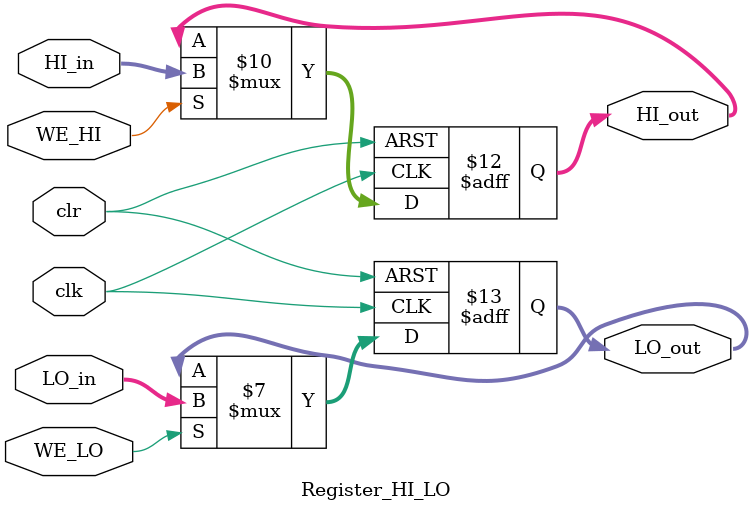
<source format=v>
`timescale 1ns / 1ps


module Register_HI_LO(clk,clr,WE_HI,WE_LO,HI_in,LO_in,HI_out,LO_out);
	parameter WIDTH = 32;
	input clk,clr;
	//时钟，清零段。清零段高电平有效，优先级最高。
	input WE_HI,WE_LO;
	//HI,LO的写使能信号。高电平有效。
	input [WIDTH-1:0] HI_in,LO_in;
	//将要写入HI,LO的值
	output reg [WIDTH-1:0] HI_out,LO_out;
	//HI,LO中的值
	
	initial begin
		HI_out = 0;
		LO_out = 0;
	end
	
	always @(posedge clk or posedge clr) begin
		if(clr == 1) begin
			HI_out = 0;
			LO_out = 0;
		end
		else begin
			if(WE_HI == 1) begin
				HI_out = HI_in;
			end
			if(WE_LO == 1) begin
				LO_out = LO_in;
			end
		end
	end
endmodule

</source>
